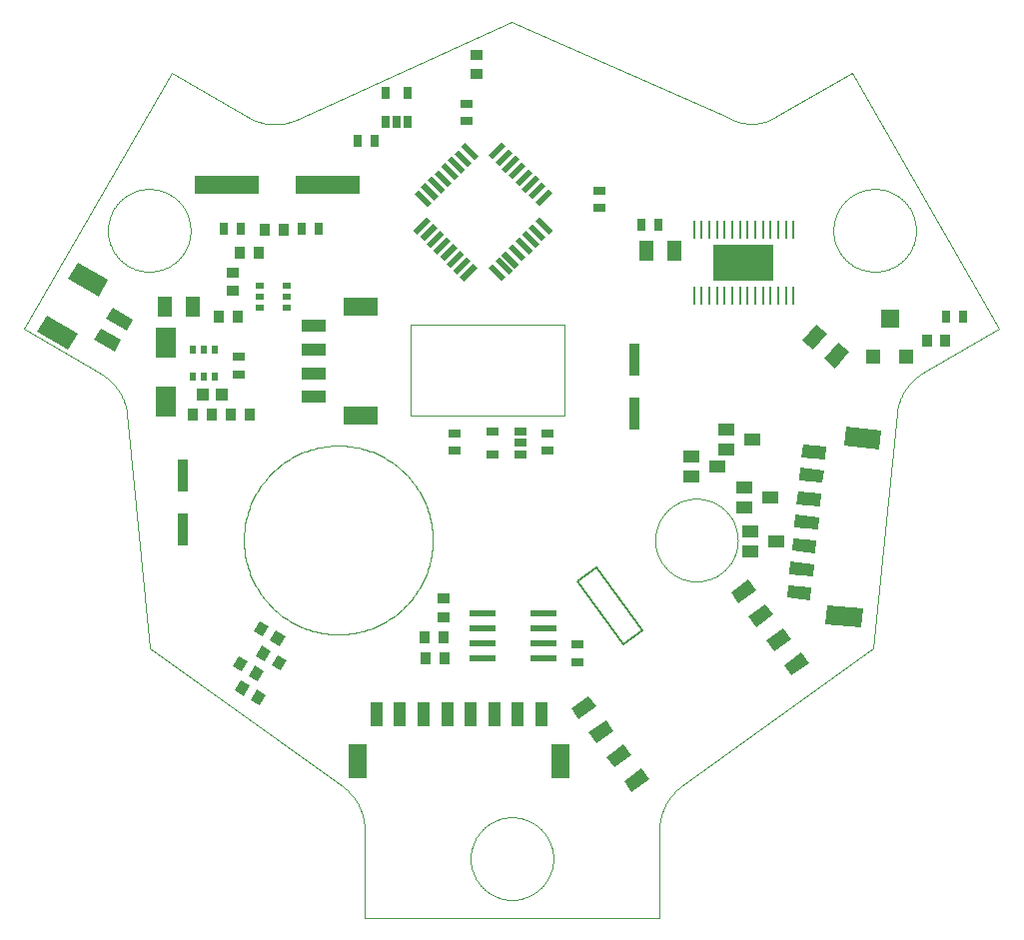
<source format=gtp>
G75*
%MOIN*%
%OFA0B0*%
%FSLAX25Y25*%
%IPPOS*%
%LPD*%
%AMOC8*
5,1,8,0,0,1.08239X$1,22.5*
%
%ADD10C,0.00000*%
%ADD11C,0.00000*%
%ADD12R,0.03937X0.03150*%
%ADD13R,0.03150X0.03937*%
%ADD14R,0.06693X0.09862*%
%ADD15R,0.04331X0.07874*%
%ADD16R,0.06299X0.11811*%
%ADD17R,0.07874X0.04331*%
%ADD18R,0.11811X0.06299*%
%ADD19R,0.03937X0.03937*%
%ADD20R,0.21654X0.05906*%
%ADD21R,0.04724X0.04724*%
%ADD22R,0.06299X0.05906*%
%ADD23R,0.03543X0.03937*%
%ADD24R,0.03937X0.03543*%
%ADD25R,0.04724X0.07087*%
%ADD26R,0.08661X0.02362*%
%ADD27R,0.01969X0.06299*%
%ADD28R,0.00984X0.06102*%
%ADD29R,0.20394X0.12205*%
%ADD30R,0.05512X0.03937*%
%ADD31R,0.02165X0.02559*%
%ADD32R,0.03937X0.02756*%
%ADD33R,0.07087X0.04390*%
%ADD34C,0.00500*%
%ADD35R,0.02756X0.03937*%
%ADD36R,0.02559X0.02165*%
%ADD37R,0.03543X0.11024*%
D10*
X0116756Y0031009D02*
X0116751Y0031440D01*
X0116735Y0031872D01*
X0116708Y0032302D01*
X0116671Y0032732D01*
X0116624Y0033161D01*
X0116566Y0033588D01*
X0116498Y0034014D01*
X0116420Y0034438D01*
X0116331Y0034860D01*
X0116232Y0035280D01*
X0116123Y0035697D01*
X0116004Y0036112D01*
X0115875Y0036523D01*
X0115736Y0036932D01*
X0115586Y0037336D01*
X0115428Y0037737D01*
X0115259Y0038134D01*
X0115081Y0038527D01*
X0114893Y0038915D01*
X0114696Y0039299D01*
X0114490Y0039678D01*
X0114274Y0040052D01*
X0114050Y0040420D01*
X0113816Y0040783D01*
X0113574Y0041140D01*
X0113323Y0041491D01*
X0113064Y0041835D01*
X0112797Y0042174D01*
X0112521Y0042505D01*
X0112237Y0042830D01*
X0111946Y0043148D01*
X0111647Y0043459D01*
X0111340Y0043762D01*
X0111026Y0044058D01*
X0110705Y0044347D01*
X0110377Y0044627D01*
X0110043Y0044899D01*
X0109702Y0045163D01*
X0109354Y0045419D01*
X0109355Y0045419D02*
X0045299Y0091364D01*
X0037543Y0169828D01*
X0028764Y0183175D02*
X0003292Y0198135D01*
X0052504Y0283411D01*
X0077977Y0268687D01*
X0094118Y0267899D02*
X0165969Y0300380D01*
X0237819Y0268687D01*
X0238162Y0268494D01*
X0238509Y0268310D01*
X0238861Y0268134D01*
X0239217Y0267967D01*
X0239577Y0267809D01*
X0239940Y0267660D01*
X0240307Y0267519D01*
X0240678Y0267387D01*
X0241051Y0267265D01*
X0241428Y0267152D01*
X0241807Y0267047D01*
X0242188Y0266953D01*
X0242572Y0266867D01*
X0242958Y0266791D01*
X0243345Y0266724D01*
X0243734Y0266667D01*
X0244124Y0266619D01*
X0244516Y0266581D01*
X0244908Y0266552D01*
X0245300Y0266533D01*
X0245693Y0266523D01*
X0246087Y0266523D01*
X0246480Y0266533D01*
X0246872Y0266552D01*
X0247264Y0266581D01*
X0247656Y0266619D01*
X0248046Y0266667D01*
X0248435Y0266724D01*
X0248822Y0266791D01*
X0249208Y0266867D01*
X0249592Y0266953D01*
X0249973Y0267047D01*
X0250352Y0267152D01*
X0250729Y0267265D01*
X0251102Y0267387D01*
X0251473Y0267519D01*
X0251840Y0267660D01*
X0252203Y0267809D01*
X0252563Y0267967D01*
X0252919Y0268134D01*
X0253271Y0268310D01*
X0253618Y0268494D01*
X0253961Y0268687D01*
X0279433Y0283411D01*
X0328646Y0198135D01*
X0303173Y0183450D01*
X0294394Y0169828D02*
X0286638Y0091364D01*
X0222583Y0045419D01*
X0215181Y0031009D02*
X0215181Y0001600D01*
X0116756Y0001600D01*
X0116756Y0031009D01*
X0215181Y0031009D02*
X0215186Y0031440D01*
X0215202Y0031871D01*
X0215228Y0032302D01*
X0215265Y0032732D01*
X0215312Y0033161D01*
X0215370Y0033588D01*
X0215438Y0034014D01*
X0215516Y0034438D01*
X0215604Y0034860D01*
X0215703Y0035280D01*
X0215812Y0035698D01*
X0215931Y0036112D01*
X0216061Y0036524D01*
X0216200Y0036932D01*
X0216349Y0037337D01*
X0216508Y0037738D01*
X0216676Y0038135D01*
X0216855Y0038528D01*
X0217042Y0038916D01*
X0217239Y0039300D01*
X0217446Y0039679D01*
X0217661Y0040052D01*
X0217886Y0040421D01*
X0218119Y0040783D01*
X0218361Y0041140D01*
X0218612Y0041491D01*
X0218872Y0041836D01*
X0219139Y0042174D01*
X0219415Y0042506D01*
X0219699Y0042831D01*
X0219990Y0043149D01*
X0220289Y0043460D01*
X0220596Y0043763D01*
X0220910Y0044059D01*
X0221231Y0044347D01*
X0221559Y0044627D01*
X0221894Y0044899D01*
X0222235Y0045163D01*
X0222583Y0045418D01*
X0294394Y0169828D02*
X0294442Y0170257D01*
X0294500Y0170685D01*
X0294568Y0171111D01*
X0294647Y0171535D01*
X0294736Y0171957D01*
X0294835Y0172377D01*
X0294945Y0172795D01*
X0295064Y0173209D01*
X0295194Y0173621D01*
X0295334Y0174029D01*
X0295483Y0174434D01*
X0295642Y0174835D01*
X0295811Y0175232D01*
X0295990Y0175625D01*
X0296178Y0176013D01*
X0296376Y0176397D01*
X0296582Y0176776D01*
X0296798Y0177149D01*
X0297023Y0177517D01*
X0297257Y0177880D01*
X0297499Y0178237D01*
X0297750Y0178588D01*
X0298010Y0178933D01*
X0298278Y0179271D01*
X0298554Y0179603D01*
X0298838Y0179928D01*
X0299130Y0180245D01*
X0299429Y0180556D01*
X0299736Y0180859D01*
X0300050Y0181155D01*
X0300371Y0181443D01*
X0300700Y0181723D01*
X0301035Y0181996D01*
X0301376Y0182259D01*
X0301724Y0182515D01*
X0302078Y0182762D01*
X0302437Y0183000D01*
X0302803Y0183230D01*
X0303174Y0183450D01*
X0094118Y0267899D02*
X0093724Y0267726D01*
X0093326Y0267564D01*
X0092924Y0267410D01*
X0092518Y0267267D01*
X0092109Y0267134D01*
X0091697Y0267010D01*
X0091282Y0266897D01*
X0090864Y0266793D01*
X0090444Y0266700D01*
X0090022Y0266617D01*
X0089598Y0266545D01*
X0089172Y0266482D01*
X0088745Y0266430D01*
X0088317Y0266389D01*
X0087888Y0266357D01*
X0087458Y0266337D01*
X0087028Y0266326D01*
X0086597Y0266326D01*
X0086167Y0266337D01*
X0085737Y0266358D01*
X0085308Y0266389D01*
X0084880Y0266431D01*
X0084453Y0266483D01*
X0084027Y0266546D01*
X0083603Y0266619D01*
X0083181Y0266702D01*
X0082761Y0266795D01*
X0082344Y0266898D01*
X0081929Y0267012D01*
X0081516Y0267136D01*
X0081107Y0267269D01*
X0080702Y0267413D01*
X0080300Y0267566D01*
X0079902Y0267729D01*
X0079507Y0267902D01*
X0079118Y0268084D01*
X0078732Y0268275D01*
X0078352Y0268476D01*
X0077976Y0268686D01*
X0028764Y0183174D02*
X0029137Y0182949D01*
X0029504Y0182715D01*
X0029865Y0182473D01*
X0030221Y0182221D01*
X0030570Y0181961D01*
X0030913Y0181693D01*
X0031250Y0181417D01*
X0031580Y0181132D01*
X0031902Y0180840D01*
X0032218Y0180540D01*
X0032526Y0180233D01*
X0032827Y0179918D01*
X0033120Y0179596D01*
X0033406Y0179267D01*
X0033683Y0178931D01*
X0033952Y0178589D01*
X0034213Y0178240D01*
X0034465Y0177885D01*
X0034709Y0177524D01*
X0034944Y0177158D01*
X0035170Y0176785D01*
X0035387Y0176408D01*
X0035594Y0176025D01*
X0035793Y0175638D01*
X0035982Y0175245D01*
X0036162Y0174849D01*
X0036332Y0174448D01*
X0036492Y0174043D01*
X0036642Y0173634D01*
X0036783Y0173222D01*
X0036914Y0172807D01*
X0037034Y0172388D01*
X0037145Y0171967D01*
X0037245Y0171543D01*
X0037335Y0171117D01*
X0037415Y0170689D01*
X0037484Y0170259D01*
X0037543Y0169828D01*
D11*
X0031157Y0230931D02*
X0031161Y0231269D01*
X0031174Y0231607D01*
X0031194Y0231945D01*
X0031223Y0232282D01*
X0031261Y0232618D01*
X0031306Y0232953D01*
X0031360Y0233287D01*
X0031422Y0233619D01*
X0031492Y0233950D01*
X0031570Y0234279D01*
X0031656Y0234606D01*
X0031750Y0234931D01*
X0031853Y0235254D01*
X0031963Y0235573D01*
X0032080Y0235890D01*
X0032206Y0236204D01*
X0032339Y0236515D01*
X0032480Y0236823D01*
X0032628Y0237127D01*
X0032784Y0237427D01*
X0032947Y0237723D01*
X0033117Y0238015D01*
X0033295Y0238303D01*
X0033479Y0238587D01*
X0033671Y0238866D01*
X0033869Y0239140D01*
X0034074Y0239409D01*
X0034285Y0239673D01*
X0034503Y0239932D01*
X0034727Y0240185D01*
X0034957Y0240433D01*
X0035193Y0240675D01*
X0035435Y0240911D01*
X0035683Y0241141D01*
X0035936Y0241365D01*
X0036195Y0241583D01*
X0036459Y0241794D01*
X0036728Y0241999D01*
X0037002Y0242197D01*
X0037281Y0242389D01*
X0037565Y0242573D01*
X0037853Y0242751D01*
X0038145Y0242921D01*
X0038441Y0243084D01*
X0038741Y0243240D01*
X0039045Y0243388D01*
X0039353Y0243529D01*
X0039664Y0243662D01*
X0039978Y0243788D01*
X0040295Y0243905D01*
X0040614Y0244015D01*
X0040937Y0244118D01*
X0041262Y0244212D01*
X0041589Y0244298D01*
X0041918Y0244376D01*
X0042249Y0244446D01*
X0042581Y0244508D01*
X0042915Y0244562D01*
X0043250Y0244607D01*
X0043586Y0244645D01*
X0043923Y0244674D01*
X0044261Y0244694D01*
X0044599Y0244707D01*
X0044937Y0244711D01*
X0045275Y0244707D01*
X0045613Y0244694D01*
X0045951Y0244674D01*
X0046288Y0244645D01*
X0046624Y0244607D01*
X0046959Y0244562D01*
X0047293Y0244508D01*
X0047625Y0244446D01*
X0047956Y0244376D01*
X0048285Y0244298D01*
X0048612Y0244212D01*
X0048937Y0244118D01*
X0049260Y0244015D01*
X0049579Y0243905D01*
X0049896Y0243788D01*
X0050210Y0243662D01*
X0050521Y0243529D01*
X0050829Y0243388D01*
X0051133Y0243240D01*
X0051433Y0243084D01*
X0051729Y0242921D01*
X0052021Y0242751D01*
X0052309Y0242573D01*
X0052593Y0242389D01*
X0052872Y0242197D01*
X0053146Y0241999D01*
X0053415Y0241794D01*
X0053679Y0241583D01*
X0053938Y0241365D01*
X0054191Y0241141D01*
X0054439Y0240911D01*
X0054681Y0240675D01*
X0054917Y0240433D01*
X0055147Y0240185D01*
X0055371Y0239932D01*
X0055589Y0239673D01*
X0055800Y0239409D01*
X0056005Y0239140D01*
X0056203Y0238866D01*
X0056395Y0238587D01*
X0056579Y0238303D01*
X0056757Y0238015D01*
X0056927Y0237723D01*
X0057090Y0237427D01*
X0057246Y0237127D01*
X0057394Y0236823D01*
X0057535Y0236515D01*
X0057668Y0236204D01*
X0057794Y0235890D01*
X0057911Y0235573D01*
X0058021Y0235254D01*
X0058124Y0234931D01*
X0058218Y0234606D01*
X0058304Y0234279D01*
X0058382Y0233950D01*
X0058452Y0233619D01*
X0058514Y0233287D01*
X0058568Y0232953D01*
X0058613Y0232618D01*
X0058651Y0232282D01*
X0058680Y0231945D01*
X0058700Y0231607D01*
X0058713Y0231269D01*
X0058717Y0230931D01*
X0058713Y0230593D01*
X0058700Y0230255D01*
X0058680Y0229917D01*
X0058651Y0229580D01*
X0058613Y0229244D01*
X0058568Y0228909D01*
X0058514Y0228575D01*
X0058452Y0228243D01*
X0058382Y0227912D01*
X0058304Y0227583D01*
X0058218Y0227256D01*
X0058124Y0226931D01*
X0058021Y0226608D01*
X0057911Y0226289D01*
X0057794Y0225972D01*
X0057668Y0225658D01*
X0057535Y0225347D01*
X0057394Y0225039D01*
X0057246Y0224735D01*
X0057090Y0224435D01*
X0056927Y0224139D01*
X0056757Y0223847D01*
X0056579Y0223559D01*
X0056395Y0223275D01*
X0056203Y0222996D01*
X0056005Y0222722D01*
X0055800Y0222453D01*
X0055589Y0222189D01*
X0055371Y0221930D01*
X0055147Y0221677D01*
X0054917Y0221429D01*
X0054681Y0221187D01*
X0054439Y0220951D01*
X0054191Y0220721D01*
X0053938Y0220497D01*
X0053679Y0220279D01*
X0053415Y0220068D01*
X0053146Y0219863D01*
X0052872Y0219665D01*
X0052593Y0219473D01*
X0052309Y0219289D01*
X0052021Y0219111D01*
X0051729Y0218941D01*
X0051433Y0218778D01*
X0051133Y0218622D01*
X0050829Y0218474D01*
X0050521Y0218333D01*
X0050210Y0218200D01*
X0049896Y0218074D01*
X0049579Y0217957D01*
X0049260Y0217847D01*
X0048937Y0217744D01*
X0048612Y0217650D01*
X0048285Y0217564D01*
X0047956Y0217486D01*
X0047625Y0217416D01*
X0047293Y0217354D01*
X0046959Y0217300D01*
X0046624Y0217255D01*
X0046288Y0217217D01*
X0045951Y0217188D01*
X0045613Y0217168D01*
X0045275Y0217155D01*
X0044937Y0217151D01*
X0044599Y0217155D01*
X0044261Y0217168D01*
X0043923Y0217188D01*
X0043586Y0217217D01*
X0043250Y0217255D01*
X0042915Y0217300D01*
X0042581Y0217354D01*
X0042249Y0217416D01*
X0041918Y0217486D01*
X0041589Y0217564D01*
X0041262Y0217650D01*
X0040937Y0217744D01*
X0040614Y0217847D01*
X0040295Y0217957D01*
X0039978Y0218074D01*
X0039664Y0218200D01*
X0039353Y0218333D01*
X0039045Y0218474D01*
X0038741Y0218622D01*
X0038441Y0218778D01*
X0038145Y0218941D01*
X0037853Y0219111D01*
X0037565Y0219289D01*
X0037281Y0219473D01*
X0037002Y0219665D01*
X0036728Y0219863D01*
X0036459Y0220068D01*
X0036195Y0220279D01*
X0035936Y0220497D01*
X0035683Y0220721D01*
X0035435Y0220951D01*
X0035193Y0221187D01*
X0034957Y0221429D01*
X0034727Y0221677D01*
X0034503Y0221930D01*
X0034285Y0222189D01*
X0034074Y0222453D01*
X0033869Y0222722D01*
X0033671Y0222996D01*
X0033479Y0223275D01*
X0033295Y0223559D01*
X0033117Y0223847D01*
X0032947Y0224139D01*
X0032784Y0224435D01*
X0032628Y0224735D01*
X0032480Y0225039D01*
X0032339Y0225347D01*
X0032206Y0225658D01*
X0032080Y0225972D01*
X0031963Y0226289D01*
X0031853Y0226608D01*
X0031750Y0226931D01*
X0031656Y0227256D01*
X0031570Y0227583D01*
X0031492Y0227912D01*
X0031422Y0228243D01*
X0031360Y0228575D01*
X0031306Y0228909D01*
X0031261Y0229244D01*
X0031223Y0229580D01*
X0031194Y0229917D01*
X0031174Y0230255D01*
X0031161Y0230593D01*
X0031157Y0230931D01*
X0132189Y0199395D02*
X0132189Y0169238D01*
X0183370Y0169238D01*
X0183370Y0199395D01*
X0132189Y0199395D01*
X0076520Y0127584D02*
X0076529Y0128357D01*
X0076558Y0129129D01*
X0076605Y0129901D01*
X0076672Y0130671D01*
X0076757Y0131439D01*
X0076861Y0132205D01*
X0076984Y0132969D01*
X0077125Y0133729D01*
X0077285Y0134485D01*
X0077464Y0135237D01*
X0077661Y0135984D01*
X0077876Y0136727D01*
X0078110Y0137464D01*
X0078361Y0138195D01*
X0078630Y0138919D01*
X0078917Y0139637D01*
X0079222Y0140347D01*
X0079544Y0141050D01*
X0079883Y0141745D01*
X0080239Y0142431D01*
X0080612Y0143108D01*
X0081001Y0143776D01*
X0081406Y0144434D01*
X0081828Y0145082D01*
X0082265Y0145720D01*
X0082718Y0146346D01*
X0083186Y0146961D01*
X0083669Y0147565D01*
X0084167Y0148156D01*
X0084679Y0148735D01*
X0085205Y0149302D01*
X0085745Y0149855D01*
X0086298Y0150395D01*
X0086865Y0150921D01*
X0087444Y0151433D01*
X0088035Y0151931D01*
X0088639Y0152414D01*
X0089254Y0152882D01*
X0089880Y0153335D01*
X0090518Y0153772D01*
X0091166Y0154194D01*
X0091824Y0154599D01*
X0092492Y0154988D01*
X0093169Y0155361D01*
X0093855Y0155717D01*
X0094550Y0156056D01*
X0095253Y0156378D01*
X0095963Y0156683D01*
X0096681Y0156970D01*
X0097405Y0157239D01*
X0098136Y0157490D01*
X0098873Y0157724D01*
X0099616Y0157939D01*
X0100363Y0158136D01*
X0101115Y0158315D01*
X0101871Y0158475D01*
X0102631Y0158616D01*
X0103395Y0158739D01*
X0104161Y0158843D01*
X0104929Y0158928D01*
X0105699Y0158995D01*
X0106471Y0159042D01*
X0107243Y0159071D01*
X0108016Y0159080D01*
X0108789Y0159071D01*
X0109561Y0159042D01*
X0110333Y0158995D01*
X0111103Y0158928D01*
X0111871Y0158843D01*
X0112637Y0158739D01*
X0113401Y0158616D01*
X0114161Y0158475D01*
X0114917Y0158315D01*
X0115669Y0158136D01*
X0116416Y0157939D01*
X0117159Y0157724D01*
X0117896Y0157490D01*
X0118627Y0157239D01*
X0119351Y0156970D01*
X0120069Y0156683D01*
X0120779Y0156378D01*
X0121482Y0156056D01*
X0122177Y0155717D01*
X0122863Y0155361D01*
X0123540Y0154988D01*
X0124208Y0154599D01*
X0124866Y0154194D01*
X0125514Y0153772D01*
X0126152Y0153335D01*
X0126778Y0152882D01*
X0127393Y0152414D01*
X0127997Y0151931D01*
X0128588Y0151433D01*
X0129167Y0150921D01*
X0129734Y0150395D01*
X0130287Y0149855D01*
X0130827Y0149302D01*
X0131353Y0148735D01*
X0131865Y0148156D01*
X0132363Y0147565D01*
X0132846Y0146961D01*
X0133314Y0146346D01*
X0133767Y0145720D01*
X0134204Y0145082D01*
X0134626Y0144434D01*
X0135031Y0143776D01*
X0135420Y0143108D01*
X0135793Y0142431D01*
X0136149Y0141745D01*
X0136488Y0141050D01*
X0136810Y0140347D01*
X0137115Y0139637D01*
X0137402Y0138919D01*
X0137671Y0138195D01*
X0137922Y0137464D01*
X0138156Y0136727D01*
X0138371Y0135984D01*
X0138568Y0135237D01*
X0138747Y0134485D01*
X0138907Y0133729D01*
X0139048Y0132969D01*
X0139171Y0132205D01*
X0139275Y0131439D01*
X0139360Y0130671D01*
X0139427Y0129901D01*
X0139474Y0129129D01*
X0139503Y0128357D01*
X0139512Y0127584D01*
X0139503Y0126811D01*
X0139474Y0126039D01*
X0139427Y0125267D01*
X0139360Y0124497D01*
X0139275Y0123729D01*
X0139171Y0122963D01*
X0139048Y0122199D01*
X0138907Y0121439D01*
X0138747Y0120683D01*
X0138568Y0119931D01*
X0138371Y0119184D01*
X0138156Y0118441D01*
X0137922Y0117704D01*
X0137671Y0116973D01*
X0137402Y0116249D01*
X0137115Y0115531D01*
X0136810Y0114821D01*
X0136488Y0114118D01*
X0136149Y0113423D01*
X0135793Y0112737D01*
X0135420Y0112060D01*
X0135031Y0111392D01*
X0134626Y0110734D01*
X0134204Y0110086D01*
X0133767Y0109448D01*
X0133314Y0108822D01*
X0132846Y0108207D01*
X0132363Y0107603D01*
X0131865Y0107012D01*
X0131353Y0106433D01*
X0130827Y0105866D01*
X0130287Y0105313D01*
X0129734Y0104773D01*
X0129167Y0104247D01*
X0128588Y0103735D01*
X0127997Y0103237D01*
X0127393Y0102754D01*
X0126778Y0102286D01*
X0126152Y0101833D01*
X0125514Y0101396D01*
X0124866Y0100974D01*
X0124208Y0100569D01*
X0123540Y0100180D01*
X0122863Y0099807D01*
X0122177Y0099451D01*
X0121482Y0099112D01*
X0120779Y0098790D01*
X0120069Y0098485D01*
X0119351Y0098198D01*
X0118627Y0097929D01*
X0117896Y0097678D01*
X0117159Y0097444D01*
X0116416Y0097229D01*
X0115669Y0097032D01*
X0114917Y0096853D01*
X0114161Y0096693D01*
X0113401Y0096552D01*
X0112637Y0096429D01*
X0111871Y0096325D01*
X0111103Y0096240D01*
X0110333Y0096173D01*
X0109561Y0096126D01*
X0108789Y0096097D01*
X0108016Y0096088D01*
X0107243Y0096097D01*
X0106471Y0096126D01*
X0105699Y0096173D01*
X0104929Y0096240D01*
X0104161Y0096325D01*
X0103395Y0096429D01*
X0102631Y0096552D01*
X0101871Y0096693D01*
X0101115Y0096853D01*
X0100363Y0097032D01*
X0099616Y0097229D01*
X0098873Y0097444D01*
X0098136Y0097678D01*
X0097405Y0097929D01*
X0096681Y0098198D01*
X0095963Y0098485D01*
X0095253Y0098790D01*
X0094550Y0099112D01*
X0093855Y0099451D01*
X0093169Y0099807D01*
X0092492Y0100180D01*
X0091824Y0100569D01*
X0091166Y0100974D01*
X0090518Y0101396D01*
X0089880Y0101833D01*
X0089254Y0102286D01*
X0088639Y0102754D01*
X0088035Y0103237D01*
X0087444Y0103735D01*
X0086865Y0104247D01*
X0086298Y0104773D01*
X0085745Y0105313D01*
X0085205Y0105866D01*
X0084679Y0106433D01*
X0084167Y0107012D01*
X0083669Y0107603D01*
X0083186Y0108207D01*
X0082718Y0108822D01*
X0082265Y0109448D01*
X0081828Y0110086D01*
X0081406Y0110734D01*
X0081001Y0111392D01*
X0080612Y0112060D01*
X0080239Y0112737D01*
X0079883Y0113423D01*
X0079544Y0114118D01*
X0079222Y0114821D01*
X0078917Y0115531D01*
X0078630Y0116249D01*
X0078361Y0116973D01*
X0078110Y0117704D01*
X0077876Y0118441D01*
X0077661Y0119184D01*
X0077464Y0119931D01*
X0077285Y0120683D01*
X0077125Y0121439D01*
X0076984Y0122199D01*
X0076861Y0122963D01*
X0076757Y0123729D01*
X0076672Y0124497D01*
X0076605Y0125267D01*
X0076558Y0126039D01*
X0076529Y0126811D01*
X0076520Y0127584D01*
X0152197Y0021285D02*
X0152201Y0021623D01*
X0152214Y0021961D01*
X0152234Y0022299D01*
X0152263Y0022636D01*
X0152301Y0022972D01*
X0152346Y0023307D01*
X0152400Y0023641D01*
X0152462Y0023973D01*
X0152532Y0024304D01*
X0152610Y0024633D01*
X0152696Y0024960D01*
X0152790Y0025285D01*
X0152893Y0025608D01*
X0153003Y0025927D01*
X0153120Y0026244D01*
X0153246Y0026558D01*
X0153379Y0026869D01*
X0153520Y0027177D01*
X0153668Y0027481D01*
X0153824Y0027781D01*
X0153987Y0028077D01*
X0154157Y0028369D01*
X0154335Y0028657D01*
X0154519Y0028941D01*
X0154711Y0029220D01*
X0154909Y0029494D01*
X0155114Y0029763D01*
X0155325Y0030027D01*
X0155543Y0030286D01*
X0155767Y0030539D01*
X0155997Y0030787D01*
X0156233Y0031029D01*
X0156475Y0031265D01*
X0156723Y0031495D01*
X0156976Y0031719D01*
X0157235Y0031937D01*
X0157499Y0032148D01*
X0157768Y0032353D01*
X0158042Y0032551D01*
X0158321Y0032743D01*
X0158605Y0032927D01*
X0158893Y0033105D01*
X0159185Y0033275D01*
X0159481Y0033438D01*
X0159781Y0033594D01*
X0160085Y0033742D01*
X0160393Y0033883D01*
X0160704Y0034016D01*
X0161018Y0034142D01*
X0161335Y0034259D01*
X0161654Y0034369D01*
X0161977Y0034472D01*
X0162302Y0034566D01*
X0162629Y0034652D01*
X0162958Y0034730D01*
X0163289Y0034800D01*
X0163621Y0034862D01*
X0163955Y0034916D01*
X0164290Y0034961D01*
X0164626Y0034999D01*
X0164963Y0035028D01*
X0165301Y0035048D01*
X0165639Y0035061D01*
X0165977Y0035065D01*
X0166315Y0035061D01*
X0166653Y0035048D01*
X0166991Y0035028D01*
X0167328Y0034999D01*
X0167664Y0034961D01*
X0167999Y0034916D01*
X0168333Y0034862D01*
X0168665Y0034800D01*
X0168996Y0034730D01*
X0169325Y0034652D01*
X0169652Y0034566D01*
X0169977Y0034472D01*
X0170300Y0034369D01*
X0170619Y0034259D01*
X0170936Y0034142D01*
X0171250Y0034016D01*
X0171561Y0033883D01*
X0171869Y0033742D01*
X0172173Y0033594D01*
X0172473Y0033438D01*
X0172769Y0033275D01*
X0173061Y0033105D01*
X0173349Y0032927D01*
X0173633Y0032743D01*
X0173912Y0032551D01*
X0174186Y0032353D01*
X0174455Y0032148D01*
X0174719Y0031937D01*
X0174978Y0031719D01*
X0175231Y0031495D01*
X0175479Y0031265D01*
X0175721Y0031029D01*
X0175957Y0030787D01*
X0176187Y0030539D01*
X0176411Y0030286D01*
X0176629Y0030027D01*
X0176840Y0029763D01*
X0177045Y0029494D01*
X0177243Y0029220D01*
X0177435Y0028941D01*
X0177619Y0028657D01*
X0177797Y0028369D01*
X0177967Y0028077D01*
X0178130Y0027781D01*
X0178286Y0027481D01*
X0178434Y0027177D01*
X0178575Y0026869D01*
X0178708Y0026558D01*
X0178834Y0026244D01*
X0178951Y0025927D01*
X0179061Y0025608D01*
X0179164Y0025285D01*
X0179258Y0024960D01*
X0179344Y0024633D01*
X0179422Y0024304D01*
X0179492Y0023973D01*
X0179554Y0023641D01*
X0179608Y0023307D01*
X0179653Y0022972D01*
X0179691Y0022636D01*
X0179720Y0022299D01*
X0179740Y0021961D01*
X0179753Y0021623D01*
X0179757Y0021285D01*
X0179753Y0020947D01*
X0179740Y0020609D01*
X0179720Y0020271D01*
X0179691Y0019934D01*
X0179653Y0019598D01*
X0179608Y0019263D01*
X0179554Y0018929D01*
X0179492Y0018597D01*
X0179422Y0018266D01*
X0179344Y0017937D01*
X0179258Y0017610D01*
X0179164Y0017285D01*
X0179061Y0016962D01*
X0178951Y0016643D01*
X0178834Y0016326D01*
X0178708Y0016012D01*
X0178575Y0015701D01*
X0178434Y0015393D01*
X0178286Y0015089D01*
X0178130Y0014789D01*
X0177967Y0014493D01*
X0177797Y0014201D01*
X0177619Y0013913D01*
X0177435Y0013629D01*
X0177243Y0013350D01*
X0177045Y0013076D01*
X0176840Y0012807D01*
X0176629Y0012543D01*
X0176411Y0012284D01*
X0176187Y0012031D01*
X0175957Y0011783D01*
X0175721Y0011541D01*
X0175479Y0011305D01*
X0175231Y0011075D01*
X0174978Y0010851D01*
X0174719Y0010633D01*
X0174455Y0010422D01*
X0174186Y0010217D01*
X0173912Y0010019D01*
X0173633Y0009827D01*
X0173349Y0009643D01*
X0173061Y0009465D01*
X0172769Y0009295D01*
X0172473Y0009132D01*
X0172173Y0008976D01*
X0171869Y0008828D01*
X0171561Y0008687D01*
X0171250Y0008554D01*
X0170936Y0008428D01*
X0170619Y0008311D01*
X0170300Y0008201D01*
X0169977Y0008098D01*
X0169652Y0008004D01*
X0169325Y0007918D01*
X0168996Y0007840D01*
X0168665Y0007770D01*
X0168333Y0007708D01*
X0167999Y0007654D01*
X0167664Y0007609D01*
X0167328Y0007571D01*
X0166991Y0007542D01*
X0166653Y0007522D01*
X0166315Y0007509D01*
X0165977Y0007505D01*
X0165639Y0007509D01*
X0165301Y0007522D01*
X0164963Y0007542D01*
X0164626Y0007571D01*
X0164290Y0007609D01*
X0163955Y0007654D01*
X0163621Y0007708D01*
X0163289Y0007770D01*
X0162958Y0007840D01*
X0162629Y0007918D01*
X0162302Y0008004D01*
X0161977Y0008098D01*
X0161654Y0008201D01*
X0161335Y0008311D01*
X0161018Y0008428D01*
X0160704Y0008554D01*
X0160393Y0008687D01*
X0160085Y0008828D01*
X0159781Y0008976D01*
X0159481Y0009132D01*
X0159185Y0009295D01*
X0158893Y0009465D01*
X0158605Y0009643D01*
X0158321Y0009827D01*
X0158042Y0010019D01*
X0157768Y0010217D01*
X0157499Y0010422D01*
X0157235Y0010633D01*
X0156976Y0010851D01*
X0156723Y0011075D01*
X0156475Y0011305D01*
X0156233Y0011541D01*
X0155997Y0011783D01*
X0155767Y0012031D01*
X0155543Y0012284D01*
X0155325Y0012543D01*
X0155114Y0012807D01*
X0154909Y0013076D01*
X0154711Y0013350D01*
X0154519Y0013629D01*
X0154335Y0013913D01*
X0154157Y0014201D01*
X0153987Y0014493D01*
X0153824Y0014789D01*
X0153668Y0015089D01*
X0153520Y0015393D01*
X0153379Y0015701D01*
X0153246Y0016012D01*
X0153120Y0016326D01*
X0153003Y0016643D01*
X0152893Y0016962D01*
X0152790Y0017285D01*
X0152696Y0017610D01*
X0152610Y0017937D01*
X0152532Y0018266D01*
X0152462Y0018597D01*
X0152400Y0018929D01*
X0152346Y0019263D01*
X0152301Y0019598D01*
X0152263Y0019934D01*
X0152234Y0020271D01*
X0152214Y0020609D01*
X0152201Y0020947D01*
X0152197Y0021285D01*
X0213763Y0127584D02*
X0213767Y0127922D01*
X0213780Y0128260D01*
X0213800Y0128598D01*
X0213829Y0128935D01*
X0213867Y0129271D01*
X0213912Y0129606D01*
X0213966Y0129940D01*
X0214028Y0130272D01*
X0214098Y0130603D01*
X0214176Y0130932D01*
X0214262Y0131259D01*
X0214356Y0131584D01*
X0214459Y0131907D01*
X0214569Y0132226D01*
X0214686Y0132543D01*
X0214812Y0132857D01*
X0214945Y0133168D01*
X0215086Y0133476D01*
X0215234Y0133780D01*
X0215390Y0134080D01*
X0215553Y0134376D01*
X0215723Y0134668D01*
X0215901Y0134956D01*
X0216085Y0135240D01*
X0216277Y0135519D01*
X0216475Y0135793D01*
X0216680Y0136062D01*
X0216891Y0136326D01*
X0217109Y0136585D01*
X0217333Y0136838D01*
X0217563Y0137086D01*
X0217799Y0137328D01*
X0218041Y0137564D01*
X0218289Y0137794D01*
X0218542Y0138018D01*
X0218801Y0138236D01*
X0219065Y0138447D01*
X0219334Y0138652D01*
X0219608Y0138850D01*
X0219887Y0139042D01*
X0220171Y0139226D01*
X0220459Y0139404D01*
X0220751Y0139574D01*
X0221047Y0139737D01*
X0221347Y0139893D01*
X0221651Y0140041D01*
X0221959Y0140182D01*
X0222270Y0140315D01*
X0222584Y0140441D01*
X0222901Y0140558D01*
X0223220Y0140668D01*
X0223543Y0140771D01*
X0223868Y0140865D01*
X0224195Y0140951D01*
X0224524Y0141029D01*
X0224855Y0141099D01*
X0225187Y0141161D01*
X0225521Y0141215D01*
X0225856Y0141260D01*
X0226192Y0141298D01*
X0226529Y0141327D01*
X0226867Y0141347D01*
X0227205Y0141360D01*
X0227543Y0141364D01*
X0227881Y0141360D01*
X0228219Y0141347D01*
X0228557Y0141327D01*
X0228894Y0141298D01*
X0229230Y0141260D01*
X0229565Y0141215D01*
X0229899Y0141161D01*
X0230231Y0141099D01*
X0230562Y0141029D01*
X0230891Y0140951D01*
X0231218Y0140865D01*
X0231543Y0140771D01*
X0231866Y0140668D01*
X0232185Y0140558D01*
X0232502Y0140441D01*
X0232816Y0140315D01*
X0233127Y0140182D01*
X0233435Y0140041D01*
X0233739Y0139893D01*
X0234039Y0139737D01*
X0234335Y0139574D01*
X0234627Y0139404D01*
X0234915Y0139226D01*
X0235199Y0139042D01*
X0235478Y0138850D01*
X0235752Y0138652D01*
X0236021Y0138447D01*
X0236285Y0138236D01*
X0236544Y0138018D01*
X0236797Y0137794D01*
X0237045Y0137564D01*
X0237287Y0137328D01*
X0237523Y0137086D01*
X0237753Y0136838D01*
X0237977Y0136585D01*
X0238195Y0136326D01*
X0238406Y0136062D01*
X0238611Y0135793D01*
X0238809Y0135519D01*
X0239001Y0135240D01*
X0239185Y0134956D01*
X0239363Y0134668D01*
X0239533Y0134376D01*
X0239696Y0134080D01*
X0239852Y0133780D01*
X0240000Y0133476D01*
X0240141Y0133168D01*
X0240274Y0132857D01*
X0240400Y0132543D01*
X0240517Y0132226D01*
X0240627Y0131907D01*
X0240730Y0131584D01*
X0240824Y0131259D01*
X0240910Y0130932D01*
X0240988Y0130603D01*
X0241058Y0130272D01*
X0241120Y0129940D01*
X0241174Y0129606D01*
X0241219Y0129271D01*
X0241257Y0128935D01*
X0241286Y0128598D01*
X0241306Y0128260D01*
X0241319Y0127922D01*
X0241323Y0127584D01*
X0241319Y0127246D01*
X0241306Y0126908D01*
X0241286Y0126570D01*
X0241257Y0126233D01*
X0241219Y0125897D01*
X0241174Y0125562D01*
X0241120Y0125228D01*
X0241058Y0124896D01*
X0240988Y0124565D01*
X0240910Y0124236D01*
X0240824Y0123909D01*
X0240730Y0123584D01*
X0240627Y0123261D01*
X0240517Y0122942D01*
X0240400Y0122625D01*
X0240274Y0122311D01*
X0240141Y0122000D01*
X0240000Y0121692D01*
X0239852Y0121388D01*
X0239696Y0121088D01*
X0239533Y0120792D01*
X0239363Y0120500D01*
X0239185Y0120212D01*
X0239001Y0119928D01*
X0238809Y0119649D01*
X0238611Y0119375D01*
X0238406Y0119106D01*
X0238195Y0118842D01*
X0237977Y0118583D01*
X0237753Y0118330D01*
X0237523Y0118082D01*
X0237287Y0117840D01*
X0237045Y0117604D01*
X0236797Y0117374D01*
X0236544Y0117150D01*
X0236285Y0116932D01*
X0236021Y0116721D01*
X0235752Y0116516D01*
X0235478Y0116318D01*
X0235199Y0116126D01*
X0234915Y0115942D01*
X0234627Y0115764D01*
X0234335Y0115594D01*
X0234039Y0115431D01*
X0233739Y0115275D01*
X0233435Y0115127D01*
X0233127Y0114986D01*
X0232816Y0114853D01*
X0232502Y0114727D01*
X0232185Y0114610D01*
X0231866Y0114500D01*
X0231543Y0114397D01*
X0231218Y0114303D01*
X0230891Y0114217D01*
X0230562Y0114139D01*
X0230231Y0114069D01*
X0229899Y0114007D01*
X0229565Y0113953D01*
X0229230Y0113908D01*
X0228894Y0113870D01*
X0228557Y0113841D01*
X0228219Y0113821D01*
X0227881Y0113808D01*
X0227543Y0113804D01*
X0227205Y0113808D01*
X0226867Y0113821D01*
X0226529Y0113841D01*
X0226192Y0113870D01*
X0225856Y0113908D01*
X0225521Y0113953D01*
X0225187Y0114007D01*
X0224855Y0114069D01*
X0224524Y0114139D01*
X0224195Y0114217D01*
X0223868Y0114303D01*
X0223543Y0114397D01*
X0223220Y0114500D01*
X0222901Y0114610D01*
X0222584Y0114727D01*
X0222270Y0114853D01*
X0221959Y0114986D01*
X0221651Y0115127D01*
X0221347Y0115275D01*
X0221047Y0115431D01*
X0220751Y0115594D01*
X0220459Y0115764D01*
X0220171Y0115942D01*
X0219887Y0116126D01*
X0219608Y0116318D01*
X0219334Y0116516D01*
X0219065Y0116721D01*
X0218801Y0116932D01*
X0218542Y0117150D01*
X0218289Y0117374D01*
X0218041Y0117604D01*
X0217799Y0117840D01*
X0217563Y0118082D01*
X0217333Y0118330D01*
X0217109Y0118583D01*
X0216891Y0118842D01*
X0216680Y0119106D01*
X0216475Y0119375D01*
X0216277Y0119649D01*
X0216085Y0119928D01*
X0215901Y0120212D01*
X0215723Y0120500D01*
X0215553Y0120792D01*
X0215390Y0121088D01*
X0215234Y0121388D01*
X0215086Y0121692D01*
X0214945Y0122000D01*
X0214812Y0122311D01*
X0214686Y0122625D01*
X0214569Y0122942D01*
X0214459Y0123261D01*
X0214356Y0123584D01*
X0214262Y0123909D01*
X0214176Y0124236D01*
X0214098Y0124565D01*
X0214028Y0124896D01*
X0213966Y0125228D01*
X0213912Y0125562D01*
X0213867Y0125897D01*
X0213829Y0126233D01*
X0213800Y0126570D01*
X0213780Y0126908D01*
X0213767Y0127246D01*
X0213763Y0127584D01*
X0273236Y0230931D02*
X0273240Y0231269D01*
X0273253Y0231607D01*
X0273273Y0231945D01*
X0273302Y0232282D01*
X0273340Y0232618D01*
X0273385Y0232953D01*
X0273439Y0233287D01*
X0273501Y0233619D01*
X0273571Y0233950D01*
X0273649Y0234279D01*
X0273735Y0234606D01*
X0273829Y0234931D01*
X0273932Y0235254D01*
X0274042Y0235573D01*
X0274159Y0235890D01*
X0274285Y0236204D01*
X0274418Y0236515D01*
X0274559Y0236823D01*
X0274707Y0237127D01*
X0274863Y0237427D01*
X0275026Y0237723D01*
X0275196Y0238015D01*
X0275374Y0238303D01*
X0275558Y0238587D01*
X0275750Y0238866D01*
X0275948Y0239140D01*
X0276153Y0239409D01*
X0276364Y0239673D01*
X0276582Y0239932D01*
X0276806Y0240185D01*
X0277036Y0240433D01*
X0277272Y0240675D01*
X0277514Y0240911D01*
X0277762Y0241141D01*
X0278015Y0241365D01*
X0278274Y0241583D01*
X0278538Y0241794D01*
X0278807Y0241999D01*
X0279081Y0242197D01*
X0279360Y0242389D01*
X0279644Y0242573D01*
X0279932Y0242751D01*
X0280224Y0242921D01*
X0280520Y0243084D01*
X0280820Y0243240D01*
X0281124Y0243388D01*
X0281432Y0243529D01*
X0281743Y0243662D01*
X0282057Y0243788D01*
X0282374Y0243905D01*
X0282693Y0244015D01*
X0283016Y0244118D01*
X0283341Y0244212D01*
X0283668Y0244298D01*
X0283997Y0244376D01*
X0284328Y0244446D01*
X0284660Y0244508D01*
X0284994Y0244562D01*
X0285329Y0244607D01*
X0285665Y0244645D01*
X0286002Y0244674D01*
X0286340Y0244694D01*
X0286678Y0244707D01*
X0287016Y0244711D01*
X0287354Y0244707D01*
X0287692Y0244694D01*
X0288030Y0244674D01*
X0288367Y0244645D01*
X0288703Y0244607D01*
X0289038Y0244562D01*
X0289372Y0244508D01*
X0289704Y0244446D01*
X0290035Y0244376D01*
X0290364Y0244298D01*
X0290691Y0244212D01*
X0291016Y0244118D01*
X0291339Y0244015D01*
X0291658Y0243905D01*
X0291975Y0243788D01*
X0292289Y0243662D01*
X0292600Y0243529D01*
X0292908Y0243388D01*
X0293212Y0243240D01*
X0293512Y0243084D01*
X0293808Y0242921D01*
X0294100Y0242751D01*
X0294388Y0242573D01*
X0294672Y0242389D01*
X0294951Y0242197D01*
X0295225Y0241999D01*
X0295494Y0241794D01*
X0295758Y0241583D01*
X0296017Y0241365D01*
X0296270Y0241141D01*
X0296518Y0240911D01*
X0296760Y0240675D01*
X0296996Y0240433D01*
X0297226Y0240185D01*
X0297450Y0239932D01*
X0297668Y0239673D01*
X0297879Y0239409D01*
X0298084Y0239140D01*
X0298282Y0238866D01*
X0298474Y0238587D01*
X0298658Y0238303D01*
X0298836Y0238015D01*
X0299006Y0237723D01*
X0299169Y0237427D01*
X0299325Y0237127D01*
X0299473Y0236823D01*
X0299614Y0236515D01*
X0299747Y0236204D01*
X0299873Y0235890D01*
X0299990Y0235573D01*
X0300100Y0235254D01*
X0300203Y0234931D01*
X0300297Y0234606D01*
X0300383Y0234279D01*
X0300461Y0233950D01*
X0300531Y0233619D01*
X0300593Y0233287D01*
X0300647Y0232953D01*
X0300692Y0232618D01*
X0300730Y0232282D01*
X0300759Y0231945D01*
X0300779Y0231607D01*
X0300792Y0231269D01*
X0300796Y0230931D01*
X0300792Y0230593D01*
X0300779Y0230255D01*
X0300759Y0229917D01*
X0300730Y0229580D01*
X0300692Y0229244D01*
X0300647Y0228909D01*
X0300593Y0228575D01*
X0300531Y0228243D01*
X0300461Y0227912D01*
X0300383Y0227583D01*
X0300297Y0227256D01*
X0300203Y0226931D01*
X0300100Y0226608D01*
X0299990Y0226289D01*
X0299873Y0225972D01*
X0299747Y0225658D01*
X0299614Y0225347D01*
X0299473Y0225039D01*
X0299325Y0224735D01*
X0299169Y0224435D01*
X0299006Y0224139D01*
X0298836Y0223847D01*
X0298658Y0223559D01*
X0298474Y0223275D01*
X0298282Y0222996D01*
X0298084Y0222722D01*
X0297879Y0222453D01*
X0297668Y0222189D01*
X0297450Y0221930D01*
X0297226Y0221677D01*
X0296996Y0221429D01*
X0296760Y0221187D01*
X0296518Y0220951D01*
X0296270Y0220721D01*
X0296017Y0220497D01*
X0295758Y0220279D01*
X0295494Y0220068D01*
X0295225Y0219863D01*
X0294951Y0219665D01*
X0294672Y0219473D01*
X0294388Y0219289D01*
X0294100Y0219111D01*
X0293808Y0218941D01*
X0293512Y0218778D01*
X0293212Y0218622D01*
X0292908Y0218474D01*
X0292600Y0218333D01*
X0292289Y0218200D01*
X0291975Y0218074D01*
X0291658Y0217957D01*
X0291339Y0217847D01*
X0291016Y0217744D01*
X0290691Y0217650D01*
X0290364Y0217564D01*
X0290035Y0217486D01*
X0289704Y0217416D01*
X0289372Y0217354D01*
X0289038Y0217300D01*
X0288703Y0217255D01*
X0288367Y0217217D01*
X0288030Y0217188D01*
X0287692Y0217168D01*
X0287354Y0217155D01*
X0287016Y0217151D01*
X0286678Y0217155D01*
X0286340Y0217168D01*
X0286002Y0217188D01*
X0285665Y0217217D01*
X0285329Y0217255D01*
X0284994Y0217300D01*
X0284660Y0217354D01*
X0284328Y0217416D01*
X0283997Y0217486D01*
X0283668Y0217564D01*
X0283341Y0217650D01*
X0283016Y0217744D01*
X0282693Y0217847D01*
X0282374Y0217957D01*
X0282057Y0218074D01*
X0281743Y0218200D01*
X0281432Y0218333D01*
X0281124Y0218474D01*
X0280820Y0218622D01*
X0280520Y0218778D01*
X0280224Y0218941D01*
X0279932Y0219111D01*
X0279644Y0219289D01*
X0279360Y0219473D01*
X0279081Y0219665D01*
X0278807Y0219863D01*
X0278538Y0220068D01*
X0278274Y0220279D01*
X0278015Y0220497D01*
X0277762Y0220721D01*
X0277514Y0220951D01*
X0277272Y0221187D01*
X0277036Y0221429D01*
X0276806Y0221677D01*
X0276582Y0221930D01*
X0276364Y0222189D01*
X0276153Y0222453D01*
X0275948Y0222722D01*
X0275750Y0222996D01*
X0275558Y0223275D01*
X0275374Y0223559D01*
X0275196Y0223847D01*
X0275026Y0224139D01*
X0274863Y0224435D01*
X0274707Y0224735D01*
X0274559Y0225039D01*
X0274418Y0225347D01*
X0274285Y0225658D01*
X0274159Y0225972D01*
X0274042Y0226289D01*
X0273932Y0226608D01*
X0273829Y0226931D01*
X0273735Y0227256D01*
X0273649Y0227583D01*
X0273571Y0227912D01*
X0273501Y0228243D01*
X0273439Y0228575D01*
X0273385Y0228909D01*
X0273340Y0229244D01*
X0273302Y0229580D01*
X0273273Y0229917D01*
X0273253Y0230255D01*
X0273240Y0230593D01*
X0273236Y0230931D01*
D12*
X0195092Y0238546D03*
X0195092Y0244254D03*
X0150692Y0267346D03*
X0150692Y0273054D03*
X0074892Y0188654D03*
X0074892Y0182946D03*
X0146692Y0163054D03*
X0146692Y0157346D03*
X0177892Y0157346D03*
X0177892Y0163054D03*
X0187892Y0092654D03*
X0187892Y0086946D03*
D13*
X0310837Y0202000D03*
X0316546Y0202000D03*
X0214946Y0232800D03*
X0209237Y0232800D03*
X0120146Y0260800D03*
X0114437Y0260800D03*
X0101546Y0231500D03*
X0095837Y0231500D03*
X0075546Y0231500D03*
X0069837Y0231500D03*
D14*
X0050411Y0193543D03*
X0050411Y0173857D03*
D15*
G36*
X0035615Y0194297D02*
X0033450Y0190547D01*
X0026631Y0194483D01*
X0028796Y0198233D01*
X0035615Y0194297D01*
G37*
G36*
X0039552Y0201117D02*
X0037387Y0197367D01*
X0030568Y0201303D01*
X0032733Y0205053D01*
X0039552Y0201117D01*
G37*
X0120732Y0069600D03*
X0128606Y0069600D03*
X0136480Y0069600D03*
X0144355Y0069600D03*
X0152229Y0069600D03*
X0160103Y0069600D03*
X0167977Y0069600D03*
X0175851Y0069600D03*
G36*
X0257693Y0108303D02*
X0258145Y0112608D01*
X0265975Y0111785D01*
X0265523Y0107480D01*
X0257693Y0108303D01*
G37*
G36*
X0258516Y0116134D02*
X0258968Y0120439D01*
X0266798Y0119616D01*
X0266346Y0115311D01*
X0258516Y0116134D01*
G37*
G36*
X0259339Y0123965D02*
X0259791Y0128270D01*
X0267621Y0127447D01*
X0267169Y0123142D01*
X0259339Y0123965D01*
G37*
G36*
X0260162Y0131796D02*
X0260614Y0136101D01*
X0268444Y0135278D01*
X0267992Y0130973D01*
X0260162Y0131796D01*
G37*
G36*
X0260985Y0139627D02*
X0261437Y0143932D01*
X0269267Y0143109D01*
X0268815Y0138804D01*
X0260985Y0139627D01*
G37*
G36*
X0261808Y0147458D02*
X0262260Y0151763D01*
X0270090Y0150940D01*
X0269638Y0146635D01*
X0261808Y0147458D01*
G37*
G36*
X0262631Y0155288D02*
X0263083Y0159593D01*
X0270913Y0158770D01*
X0270461Y0154465D01*
X0262631Y0155288D01*
G37*
D16*
G36*
X0276891Y0159134D02*
X0277549Y0165396D01*
X0289293Y0164162D01*
X0288635Y0157900D01*
X0276891Y0159134D01*
G37*
G36*
X0270636Y0099619D02*
X0271294Y0105881D01*
X0283038Y0104647D01*
X0282380Y0098385D01*
X0270636Y0099619D01*
G37*
X0182150Y0053852D03*
X0114433Y0053852D03*
G36*
X0021023Y0196584D02*
X0017874Y0191130D01*
X0007647Y0197034D01*
X0010796Y0202488D01*
X0021023Y0196584D01*
G37*
G36*
X0031259Y0214314D02*
X0028110Y0208860D01*
X0017883Y0214764D01*
X0021032Y0220218D01*
X0031259Y0214314D01*
G37*
D17*
X0099852Y0199013D03*
X0099852Y0191139D03*
X0099852Y0183265D03*
X0099852Y0175391D03*
D18*
X0115600Y0169092D03*
X0115600Y0205312D03*
D19*
X0069041Y0176000D03*
X0062742Y0176000D03*
D20*
X0070959Y0246000D03*
X0104424Y0246000D03*
D21*
X0286580Y0188713D03*
X0297603Y0188713D03*
D22*
X0292092Y0201509D03*
D23*
G36*
X0080799Y0077641D02*
X0083865Y0075870D01*
X0081897Y0072463D01*
X0078831Y0074234D01*
X0080799Y0077641D01*
G37*
G36*
X0080115Y0085657D02*
X0083181Y0083886D01*
X0081213Y0080479D01*
X0078147Y0082250D01*
X0080115Y0085657D01*
G37*
G36*
X0074660Y0088806D02*
X0077726Y0087035D01*
X0075758Y0083628D01*
X0072692Y0085399D01*
X0074660Y0088806D01*
G37*
G36*
X0082417Y0092339D02*
X0085483Y0090568D01*
X0083515Y0087161D01*
X0080449Y0088932D01*
X0082417Y0092339D01*
G37*
G36*
X0081833Y0100528D02*
X0084899Y0098757D01*
X0082931Y0095350D01*
X0079865Y0097121D01*
X0081833Y0100528D01*
G37*
G36*
X0087288Y0097379D02*
X0090354Y0095608D01*
X0088386Y0092201D01*
X0085320Y0093972D01*
X0087288Y0097379D01*
G37*
G36*
X0087872Y0089190D02*
X0090938Y0087419D01*
X0088970Y0084012D01*
X0085904Y0085783D01*
X0087872Y0089190D01*
G37*
G36*
X0075344Y0080791D02*
X0078410Y0079020D01*
X0076442Y0075613D01*
X0073376Y0077384D01*
X0075344Y0080791D01*
G37*
X0137142Y0088200D03*
X0143441Y0088200D03*
X0143241Y0095000D03*
X0136942Y0095000D03*
X0078441Y0169600D03*
X0072142Y0169600D03*
X0065841Y0169600D03*
X0059542Y0169600D03*
X0068142Y0202200D03*
X0074441Y0202200D03*
X0075142Y0223600D03*
X0081441Y0223600D03*
X0083542Y0231000D03*
X0089841Y0231000D03*
X0304342Y0194200D03*
X0310641Y0194200D03*
D24*
X0154292Y0283250D03*
X0154292Y0289550D03*
X0072692Y0216950D03*
X0072692Y0210650D03*
X0143092Y0108150D03*
X0143092Y0101850D03*
D25*
X0059616Y0205400D03*
X0050167Y0205400D03*
X0210767Y0224200D03*
X0220216Y0224200D03*
G36*
X0267539Y0199469D02*
X0271158Y0196432D01*
X0266605Y0191005D01*
X0262986Y0194042D01*
X0267539Y0199469D01*
G37*
G36*
X0274778Y0193395D02*
X0278397Y0190358D01*
X0273844Y0184931D01*
X0270225Y0187968D01*
X0274778Y0193395D01*
G37*
D26*
X0176528Y0103100D03*
X0176528Y0098100D03*
X0176528Y0093100D03*
X0176528Y0088100D03*
X0156055Y0088100D03*
X0156055Y0093100D03*
X0156055Y0098100D03*
X0156055Y0103100D03*
D27*
G36*
X0150029Y0213956D02*
X0148637Y0215348D01*
X0153089Y0219800D01*
X0154481Y0218408D01*
X0150029Y0213956D01*
G37*
G36*
X0147802Y0216183D02*
X0146410Y0217575D01*
X0150862Y0222027D01*
X0152254Y0220635D01*
X0147802Y0216183D01*
G37*
G36*
X0145575Y0218410D02*
X0144183Y0219802D01*
X0148635Y0224254D01*
X0150027Y0222862D01*
X0145575Y0218410D01*
G37*
G36*
X0143348Y0220637D02*
X0141956Y0222029D01*
X0146408Y0226481D01*
X0147800Y0225089D01*
X0143348Y0220637D01*
G37*
G36*
X0141120Y0222864D02*
X0139728Y0224256D01*
X0144180Y0228708D01*
X0145572Y0227316D01*
X0141120Y0222864D01*
G37*
G36*
X0138893Y0225091D02*
X0137501Y0226483D01*
X0141953Y0230935D01*
X0143345Y0229543D01*
X0138893Y0225091D01*
G37*
G36*
X0136666Y0227318D02*
X0135274Y0228710D01*
X0139726Y0233162D01*
X0141118Y0231770D01*
X0136666Y0227318D01*
G37*
G36*
X0134439Y0229545D02*
X0133047Y0230937D01*
X0137499Y0235389D01*
X0138891Y0233997D01*
X0134439Y0229545D01*
G37*
G36*
X0139170Y0240124D02*
X0137778Y0238732D01*
X0133326Y0243184D01*
X0134718Y0244576D01*
X0139170Y0240124D01*
G37*
G36*
X0141397Y0242351D02*
X0140005Y0240959D01*
X0135553Y0245411D01*
X0136945Y0246803D01*
X0141397Y0242351D01*
G37*
G36*
X0143624Y0244578D02*
X0142232Y0243186D01*
X0137780Y0247638D01*
X0139172Y0249030D01*
X0143624Y0244578D01*
G37*
G36*
X0145851Y0246806D02*
X0144459Y0245414D01*
X0140007Y0249866D01*
X0141399Y0251258D01*
X0145851Y0246806D01*
G37*
G36*
X0148078Y0249033D02*
X0146686Y0247641D01*
X0142234Y0252093D01*
X0143626Y0253485D01*
X0148078Y0249033D01*
G37*
G36*
X0150305Y0251260D02*
X0148913Y0249868D01*
X0144461Y0254320D01*
X0145853Y0255712D01*
X0150305Y0251260D01*
G37*
G36*
X0152532Y0253487D02*
X0151140Y0252095D01*
X0146688Y0256547D01*
X0148080Y0257939D01*
X0152532Y0253487D01*
G37*
G36*
X0154759Y0255714D02*
X0153367Y0254322D01*
X0148915Y0258774D01*
X0150307Y0260166D01*
X0154759Y0255714D01*
G37*
G36*
X0162554Y0260444D02*
X0163946Y0259052D01*
X0159494Y0254600D01*
X0158102Y0255992D01*
X0162554Y0260444D01*
G37*
G36*
X0164781Y0258217D02*
X0166173Y0256825D01*
X0161721Y0252373D01*
X0160329Y0253765D01*
X0164781Y0258217D01*
G37*
G36*
X0167008Y0255990D02*
X0168400Y0254598D01*
X0163948Y0250146D01*
X0162556Y0251538D01*
X0167008Y0255990D01*
G37*
G36*
X0169235Y0253763D02*
X0170627Y0252371D01*
X0166175Y0247919D01*
X0164783Y0249311D01*
X0169235Y0253763D01*
G37*
G36*
X0171463Y0251536D02*
X0172855Y0250144D01*
X0168403Y0245692D01*
X0167011Y0247084D01*
X0171463Y0251536D01*
G37*
G36*
X0173690Y0249309D02*
X0175082Y0247917D01*
X0170630Y0243465D01*
X0169238Y0244857D01*
X0173690Y0249309D01*
G37*
G36*
X0175917Y0247082D02*
X0177309Y0245690D01*
X0172857Y0241238D01*
X0171465Y0242630D01*
X0175917Y0247082D01*
G37*
G36*
X0178144Y0244855D02*
X0179536Y0243463D01*
X0175084Y0239011D01*
X0173692Y0240403D01*
X0178144Y0244855D01*
G37*
G36*
X0173692Y0233997D02*
X0175084Y0235389D01*
X0179536Y0230937D01*
X0178144Y0229545D01*
X0173692Y0233997D01*
G37*
G36*
X0171465Y0231770D02*
X0172857Y0233162D01*
X0177309Y0228710D01*
X0175917Y0227318D01*
X0171465Y0231770D01*
G37*
G36*
X0169238Y0229543D02*
X0170630Y0230935D01*
X0175082Y0226483D01*
X0173690Y0225091D01*
X0169238Y0229543D01*
G37*
G36*
X0167011Y0227316D02*
X0168403Y0228708D01*
X0172855Y0224256D01*
X0171463Y0222864D01*
X0167011Y0227316D01*
G37*
G36*
X0164783Y0225089D02*
X0166175Y0226481D01*
X0170627Y0222029D01*
X0169235Y0220637D01*
X0164783Y0225089D01*
G37*
G36*
X0162278Y0222583D02*
X0163670Y0223975D01*
X0168122Y0219523D01*
X0166730Y0218131D01*
X0162278Y0222583D01*
G37*
G36*
X0160329Y0220635D02*
X0161721Y0222027D01*
X0166173Y0217575D01*
X0164781Y0216183D01*
X0160329Y0220635D01*
G37*
G36*
X0158102Y0218408D02*
X0159494Y0219800D01*
X0163946Y0215348D01*
X0162554Y0213956D01*
X0158102Y0218408D01*
G37*
D28*
X0226658Y0209176D03*
X0229217Y0209176D03*
X0231776Y0209176D03*
X0234335Y0209176D03*
X0236894Y0209176D03*
X0239453Y0209176D03*
X0242012Y0209176D03*
X0244571Y0209176D03*
X0247130Y0209176D03*
X0249689Y0209176D03*
X0252248Y0209176D03*
X0254807Y0209176D03*
X0257366Y0209176D03*
X0259925Y0209176D03*
X0259925Y0231224D03*
X0257366Y0231224D03*
X0254807Y0231224D03*
X0252248Y0231224D03*
X0249689Y0231224D03*
X0247130Y0231224D03*
X0244571Y0231224D03*
X0242012Y0231224D03*
X0239453Y0231224D03*
X0236894Y0231224D03*
X0234335Y0231224D03*
X0231776Y0231224D03*
X0229217Y0231224D03*
X0226658Y0231224D03*
D29*
X0243292Y0220200D03*
D30*
X0237561Y0164546D03*
X0237561Y0157854D03*
X0234422Y0152000D03*
X0243361Y0145146D03*
X0243361Y0138454D03*
X0245561Y0130546D03*
X0245561Y0123854D03*
X0254222Y0127200D03*
X0252022Y0141800D03*
X0246222Y0161200D03*
X0225761Y0155346D03*
X0225761Y0148654D03*
D31*
X0066832Y0181974D03*
X0063092Y0181974D03*
X0059351Y0181974D03*
X0059351Y0191226D03*
X0063092Y0191226D03*
X0066832Y0191226D03*
D32*
X0159367Y0163740D03*
X0159367Y0156260D03*
X0168816Y0156260D03*
X0168816Y0160000D03*
X0168816Y0163740D03*
D33*
G36*
X0247355Y0110763D02*
X0241623Y0106599D01*
X0239043Y0110151D01*
X0244775Y0114315D01*
X0247355Y0110763D01*
G37*
G36*
X0253233Y0102673D02*
X0247501Y0098509D01*
X0244921Y0102061D01*
X0250653Y0106225D01*
X0253233Y0102673D01*
G37*
G36*
X0259111Y0094583D02*
X0253379Y0090419D01*
X0250799Y0093971D01*
X0256531Y0098135D01*
X0259111Y0094583D01*
G37*
G36*
X0264989Y0086493D02*
X0259257Y0082329D01*
X0256677Y0085881D01*
X0262409Y0090045D01*
X0264989Y0086493D01*
G37*
G36*
X0211686Y0047766D02*
X0205954Y0043602D01*
X0203374Y0047154D01*
X0209106Y0051318D01*
X0211686Y0047766D01*
G37*
G36*
X0205808Y0055856D02*
X0200076Y0051692D01*
X0197496Y0055244D01*
X0203228Y0059408D01*
X0205808Y0055856D01*
G37*
G36*
X0199931Y0063947D02*
X0194199Y0059783D01*
X0191619Y0063335D01*
X0197351Y0067499D01*
X0199931Y0063947D01*
G37*
G36*
X0194053Y0072037D02*
X0188321Y0067873D01*
X0185741Y0071425D01*
X0191473Y0075589D01*
X0194053Y0072037D01*
G37*
D34*
X0203183Y0092817D02*
X0187900Y0113852D01*
X0194211Y0118436D01*
X0209493Y0097402D01*
X0203183Y0092817D01*
D35*
X0131232Y0267276D03*
X0127492Y0267276D03*
X0123751Y0267276D03*
X0123751Y0276724D03*
X0131232Y0276724D03*
D36*
X0090917Y0212540D03*
X0090917Y0208800D03*
X0090917Y0205060D03*
X0081666Y0205060D03*
X0081666Y0208800D03*
X0081666Y0212540D03*
D37*
X0056092Y0149157D03*
X0056092Y0131243D03*
X0206892Y0169843D03*
X0206892Y0187757D03*
M02*

</source>
